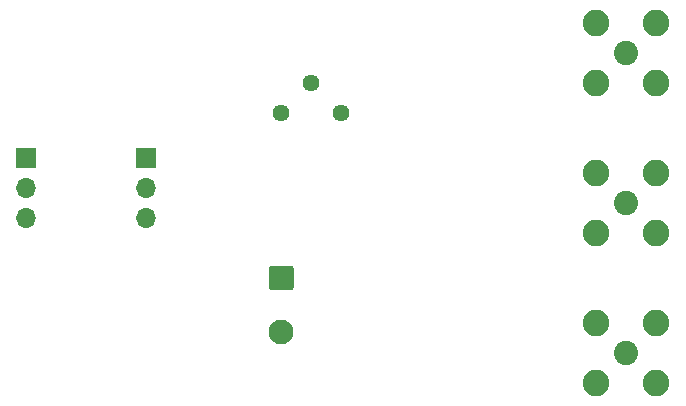
<source format=gbr>
%TF.GenerationSoftware,KiCad,Pcbnew,(5.1.9)-1*%
%TF.CreationDate,2022-04-08T15:27:02-04:00*%
%TF.ProjectId,OffsetPCB,4f666673-6574-4504-9342-2e6b69636164,rev?*%
%TF.SameCoordinates,Original*%
%TF.FileFunction,Soldermask,Top*%
%TF.FilePolarity,Negative*%
%FSLAX46Y46*%
G04 Gerber Fmt 4.6, Leading zero omitted, Abs format (unit mm)*
G04 Created by KiCad (PCBNEW (5.1.9)-1) date 2022-04-08 15:27:02*
%MOMM*%
%LPD*%
G01*
G04 APERTURE LIST*
%ADD10R,1.700000X1.700000*%
%ADD11O,1.700000X1.700000*%
%ADD12C,1.440000*%
%ADD13C,2.100000*%
%ADD14C,2.250000*%
%ADD15C,2.050000*%
G04 APERTURE END LIST*
D10*
%TO.C,REF\u002A\u002A*%
X118110000Y-86360000D03*
D11*
X118110000Y-88900000D03*
X118110000Y-91440000D03*
%TD*%
%TO.C,REF\u002A\u002A*%
X128270000Y-91440000D03*
X128270000Y-88900000D03*
D10*
X128270000Y-86360000D03*
%TD*%
D12*
%TO.C,RV1*%
X144780000Y-82550000D03*
X142240000Y-80010000D03*
X139700000Y-82550000D03*
%TD*%
D13*
%TO.C,R1*%
X139700000Y-101120000D03*
G36*
G01*
X138900000Y-95470000D02*
X140500000Y-95470000D01*
G75*
G02*
X140750000Y-95720000I0J-250000D01*
G01*
X140750000Y-97320000D01*
G75*
G02*
X140500000Y-97570000I-250000J0D01*
G01*
X138900000Y-97570000D01*
G75*
G02*
X138650000Y-97320000I0J250000D01*
G01*
X138650000Y-95720000D01*
G75*
G02*
X138900000Y-95470000I250000J0D01*
G01*
G37*
%TD*%
D14*
%TO.C,J3*%
X166370000Y-92710000D03*
X166370000Y-87630000D03*
X171450000Y-87630000D03*
X171450000Y-92710000D03*
D15*
X168910000Y-90170000D03*
%TD*%
D14*
%TO.C,J2*%
X166370000Y-105410000D03*
X166370000Y-100330000D03*
X171450000Y-100330000D03*
X171450000Y-105410000D03*
D15*
X168910000Y-102870000D03*
%TD*%
D14*
%TO.C,J1*%
X166370000Y-80010000D03*
X166370000Y-74930000D03*
X171450000Y-74930000D03*
X171450000Y-80010000D03*
D15*
X168910000Y-77470000D03*
%TD*%
M02*

</source>
